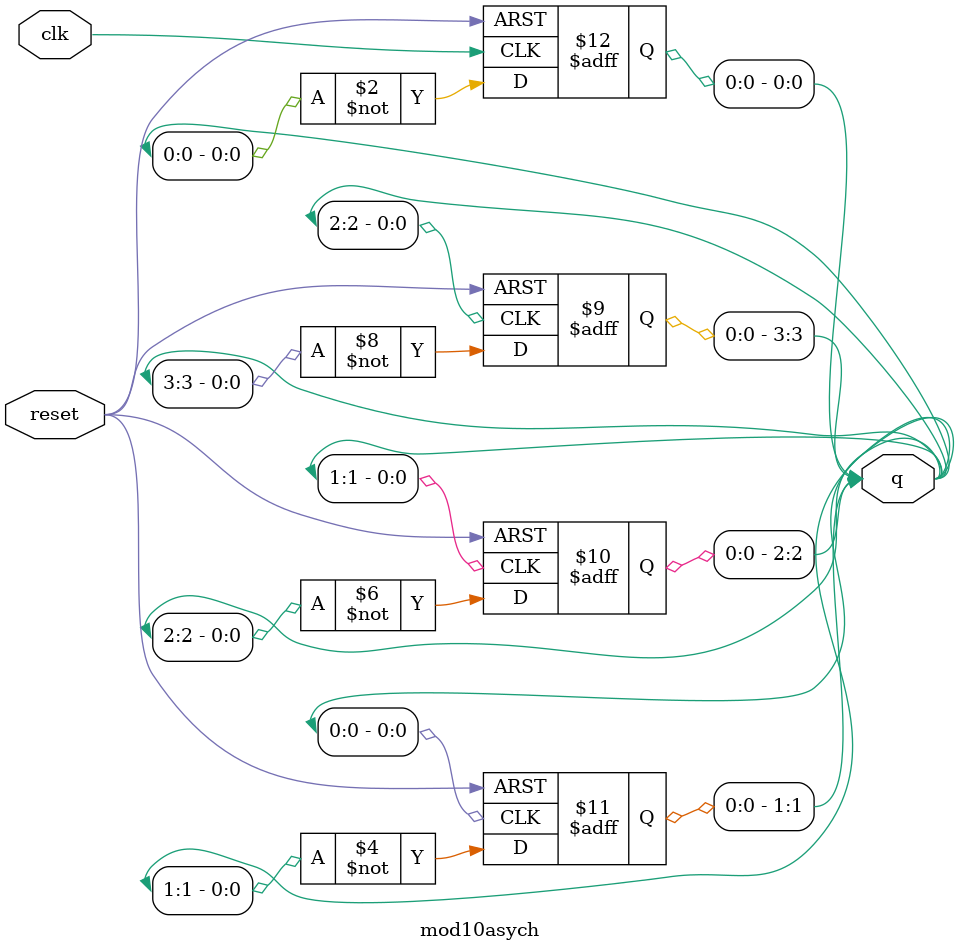
<source format=v>
`timescale 1ns / 1ps
module mod10asych(
    input reset,
    input clk,
    output reg [3:0] q
    );
	 always @(negedge clk or posedge reset)
	 begin
	 if(reset)
	 q[0]=0;
	 else 
	 q[0]=~q[0];
	 end
	 
	 
	 always @(negedge q[0] or posedge reset)
	 begin
	 if(reset)
	 q[1]=0;
	 else
	 q[1]=~q[1];
	 end
	 
	 always @(negedge q[1] or posedge reset)
	 begin
	 if(reset)
	 q[2]=0;
	 else
	 q[2]=~q[2];
	 end
	 
	 always @(negedge q[2] or posedge reset)
	 begin
	 if(reset)
	 q[3]=0;
	 else
	 q[3]=~q[3];
	 end

endmodule

</source>
